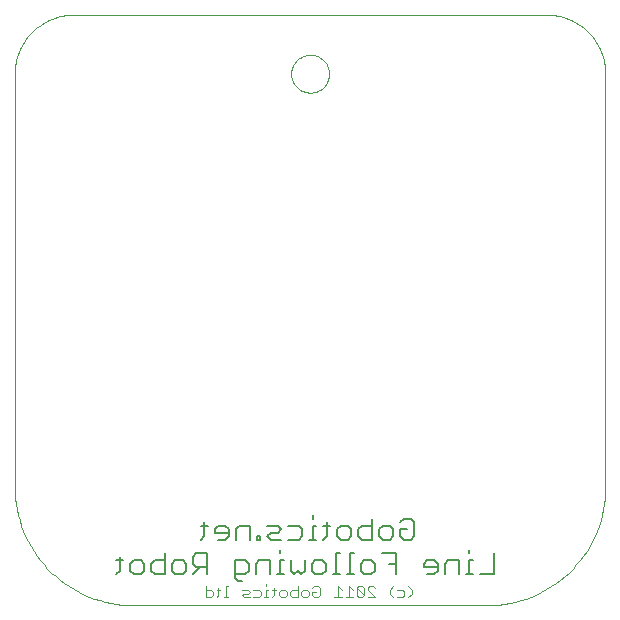
<source format=gbo>
G75*
G70*
%OFA0B0*%
%FSLAX24Y24*%
%IPPOS*%
%LPD*%
%AMOC8*
5,1,8,0,0,1.08239X$1,22.5*
%
%ADD10C,0.0000*%
%ADD11C,0.0060*%
%ADD12C,0.0030*%
D10*
X008033Y011970D02*
X008033Y025749D01*
X008032Y025749D02*
X008034Y025843D01*
X008041Y025936D01*
X008052Y026029D01*
X008068Y026122D01*
X008088Y026213D01*
X008112Y026304D01*
X008140Y026393D01*
X008173Y026481D01*
X008210Y026567D01*
X008251Y026651D01*
X008296Y026734D01*
X008345Y026814D01*
X008397Y026891D01*
X008453Y026966D01*
X008513Y027038D01*
X008576Y027108D01*
X008642Y027174D01*
X008712Y027237D01*
X008784Y027297D01*
X008859Y027353D01*
X008936Y027405D01*
X009016Y027454D01*
X009099Y027499D01*
X009183Y027540D01*
X009269Y027577D01*
X009357Y027610D01*
X009446Y027638D01*
X009537Y027662D01*
X009628Y027682D01*
X009721Y027698D01*
X009814Y027709D01*
X009907Y027716D01*
X010001Y027718D01*
X025749Y027718D01*
X025843Y027716D01*
X025936Y027709D01*
X026029Y027698D01*
X026122Y027682D01*
X026213Y027662D01*
X026304Y027638D01*
X026393Y027610D01*
X026481Y027577D01*
X026567Y027540D01*
X026651Y027499D01*
X026733Y027454D01*
X026814Y027405D01*
X026891Y027353D01*
X026966Y027297D01*
X027038Y027237D01*
X027108Y027174D01*
X027174Y027108D01*
X027237Y027038D01*
X027297Y026966D01*
X027353Y026891D01*
X027405Y026814D01*
X027454Y026733D01*
X027499Y026651D01*
X027540Y026567D01*
X027577Y026481D01*
X027610Y026393D01*
X027638Y026304D01*
X027662Y026213D01*
X027682Y026122D01*
X027698Y026029D01*
X027709Y025936D01*
X027716Y025843D01*
X027718Y025749D01*
X027718Y011970D01*
X027714Y011783D01*
X027700Y011596D01*
X027678Y011410D01*
X027647Y011225D01*
X027607Y011042D01*
X027559Y010861D01*
X027501Y010682D01*
X027436Y010507D01*
X027362Y010335D01*
X027280Y010166D01*
X027191Y010002D01*
X027093Y009841D01*
X026988Y009686D01*
X026876Y009536D01*
X026756Y009392D01*
X026630Y009253D01*
X026498Y009121D01*
X026359Y008995D01*
X026215Y008875D01*
X026065Y008763D01*
X025910Y008658D01*
X025750Y008560D01*
X025585Y008471D01*
X025416Y008389D01*
X025244Y008315D01*
X025069Y008250D01*
X024890Y008192D01*
X024709Y008144D01*
X024526Y008104D01*
X024341Y008073D01*
X024155Y008051D01*
X023968Y008037D01*
X023781Y008033D01*
X011970Y008033D01*
X011783Y008037D01*
X011596Y008051D01*
X011410Y008073D01*
X011225Y008104D01*
X011042Y008144D01*
X010861Y008192D01*
X010682Y008250D01*
X010507Y008315D01*
X010335Y008389D01*
X010166Y008471D01*
X010001Y008560D01*
X009841Y008658D01*
X009686Y008763D01*
X009536Y008875D01*
X009392Y008995D01*
X009253Y009121D01*
X009121Y009253D01*
X008995Y009392D01*
X008875Y009536D01*
X008763Y009686D01*
X008658Y009841D01*
X008560Y010002D01*
X008471Y010166D01*
X008389Y010335D01*
X008315Y010507D01*
X008250Y010682D01*
X008192Y010861D01*
X008144Y011042D01*
X008104Y011225D01*
X008073Y011410D01*
X008051Y011596D01*
X008037Y011783D01*
X008033Y011970D01*
X017245Y025749D02*
X017247Y025799D01*
X017253Y025849D01*
X017263Y025898D01*
X017277Y025946D01*
X017294Y025993D01*
X017315Y026038D01*
X017340Y026082D01*
X017368Y026123D01*
X017400Y026162D01*
X017434Y026199D01*
X017471Y026233D01*
X017511Y026263D01*
X017553Y026290D01*
X017597Y026314D01*
X017643Y026335D01*
X017690Y026351D01*
X017738Y026364D01*
X017788Y026373D01*
X017837Y026378D01*
X017888Y026379D01*
X017938Y026376D01*
X017987Y026369D01*
X018036Y026358D01*
X018084Y026343D01*
X018130Y026325D01*
X018175Y026303D01*
X018218Y026277D01*
X018259Y026248D01*
X018298Y026216D01*
X018334Y026181D01*
X018366Y026143D01*
X018396Y026103D01*
X018423Y026060D01*
X018446Y026016D01*
X018465Y025970D01*
X018481Y025922D01*
X018493Y025873D01*
X018501Y025824D01*
X018505Y025774D01*
X018505Y025724D01*
X018501Y025674D01*
X018493Y025625D01*
X018481Y025576D01*
X018465Y025528D01*
X018446Y025482D01*
X018423Y025438D01*
X018396Y025395D01*
X018366Y025355D01*
X018334Y025317D01*
X018298Y025282D01*
X018259Y025250D01*
X018218Y025221D01*
X018175Y025195D01*
X018130Y025173D01*
X018084Y025155D01*
X018036Y025140D01*
X017987Y025129D01*
X017938Y025122D01*
X017888Y025119D01*
X017837Y025120D01*
X017788Y025125D01*
X017738Y025134D01*
X017690Y025147D01*
X017643Y025163D01*
X017597Y025184D01*
X017553Y025208D01*
X017511Y025235D01*
X017471Y025265D01*
X017434Y025299D01*
X017400Y025336D01*
X017368Y025375D01*
X017340Y025416D01*
X017315Y025460D01*
X017294Y025505D01*
X017277Y025552D01*
X017263Y025600D01*
X017253Y025649D01*
X017247Y025699D01*
X017245Y025749D01*
D11*
X011524Y009179D02*
X011407Y009063D01*
X011524Y009179D02*
X011524Y009647D01*
X011640Y009530D02*
X011407Y009530D01*
X011873Y009413D02*
X011873Y009179D01*
X011990Y009063D01*
X012223Y009063D01*
X012340Y009179D01*
X012340Y009413D01*
X012223Y009530D01*
X011990Y009530D01*
X011873Y009413D01*
X012573Y009413D02*
X012573Y009179D01*
X012690Y009063D01*
X013040Y009063D01*
X013040Y009763D01*
X013040Y009530D02*
X012690Y009530D01*
X012573Y009413D01*
X013273Y009413D02*
X013273Y009179D01*
X013389Y009063D01*
X013623Y009063D01*
X013740Y009179D01*
X013740Y009413D01*
X013623Y009530D01*
X013389Y009530D01*
X013273Y009413D01*
X013972Y009413D02*
X014089Y009296D01*
X014439Y009296D01*
X014206Y009296D02*
X013972Y009063D01*
X013972Y009413D02*
X013972Y009647D01*
X014089Y009763D01*
X014439Y009763D01*
X014439Y009063D01*
X015372Y009063D02*
X015722Y009063D01*
X015839Y009179D01*
X015839Y009413D01*
X015722Y009530D01*
X015372Y009530D01*
X015372Y008946D01*
X015489Y008829D01*
X015605Y008829D01*
X016072Y009063D02*
X016072Y009413D01*
X016188Y009530D01*
X016539Y009530D01*
X016539Y009063D01*
X016772Y009063D02*
X017005Y009063D01*
X016888Y009063D02*
X016888Y009530D01*
X017005Y009530D01*
X017238Y009530D02*
X017238Y009179D01*
X017355Y009063D01*
X017471Y009179D01*
X017588Y009063D01*
X017705Y009179D01*
X017705Y009530D01*
X017938Y009413D02*
X017938Y009179D01*
X018054Y009063D01*
X018288Y009063D01*
X018405Y009179D01*
X018405Y009413D01*
X018288Y009530D01*
X018054Y009530D01*
X017938Y009413D01*
X018638Y009063D02*
X018871Y009063D01*
X018754Y009063D02*
X018754Y009763D01*
X018871Y009763D01*
X019221Y009763D02*
X019221Y009063D01*
X019338Y009063D02*
X019104Y009063D01*
X019570Y009179D02*
X019570Y009413D01*
X019687Y009530D01*
X019921Y009530D01*
X020037Y009413D01*
X020037Y009179D01*
X019921Y009063D01*
X019687Y009063D01*
X019570Y009179D01*
X019338Y009763D02*
X019221Y009763D01*
X019137Y010213D02*
X018903Y010213D01*
X018786Y010329D01*
X018786Y010563D01*
X018903Y010680D01*
X019137Y010680D01*
X019253Y010563D01*
X019253Y010329D01*
X019137Y010213D01*
X019486Y010329D02*
X019486Y010563D01*
X019603Y010680D01*
X019953Y010680D01*
X019953Y010913D02*
X019953Y010213D01*
X019603Y010213D01*
X019486Y010329D01*
X020186Y010329D02*
X020186Y010563D01*
X020303Y010680D01*
X020536Y010680D01*
X020653Y010563D01*
X020653Y010329D01*
X020536Y010213D01*
X020303Y010213D01*
X020186Y010329D01*
X020270Y009763D02*
X020737Y009763D01*
X020737Y009063D01*
X020737Y009413D02*
X020504Y009413D01*
X021002Y010213D02*
X020886Y010329D01*
X020886Y010563D01*
X021119Y010563D01*
X020886Y010797D02*
X021002Y010913D01*
X021236Y010913D01*
X021353Y010797D01*
X021353Y010329D01*
X021236Y010213D01*
X021002Y010213D01*
X021786Y009530D02*
X021670Y009413D01*
X021670Y009296D01*
X022137Y009296D01*
X022137Y009179D02*
X022137Y009413D01*
X022020Y009530D01*
X021786Y009530D01*
X021786Y009063D02*
X022020Y009063D01*
X022137Y009179D01*
X022369Y009063D02*
X022369Y009413D01*
X022486Y009530D01*
X022836Y009530D01*
X022836Y009063D01*
X023069Y009063D02*
X023303Y009063D01*
X023186Y009063D02*
X023186Y009530D01*
X023303Y009530D01*
X023186Y009763D02*
X023186Y009880D01*
X023536Y009063D02*
X024003Y009063D01*
X024003Y009763D01*
X018554Y010680D02*
X018320Y010680D01*
X018437Y010797D02*
X018437Y010329D01*
X018320Y010213D01*
X018087Y010213D02*
X017854Y010213D01*
X017970Y010213D02*
X017970Y010680D01*
X018087Y010680D01*
X017970Y010913D02*
X017970Y011030D01*
X017504Y010680D02*
X017621Y010563D01*
X017621Y010329D01*
X017504Y010213D01*
X017154Y010213D01*
X016921Y010213D02*
X016571Y010213D01*
X016454Y010329D01*
X016571Y010446D01*
X016804Y010446D01*
X016921Y010563D01*
X016804Y010680D01*
X016454Y010680D01*
X016221Y010329D02*
X016104Y010329D01*
X016104Y010213D01*
X016221Y010213D01*
X016221Y010329D01*
X015871Y010213D02*
X015871Y010680D01*
X015521Y010680D01*
X015404Y010563D01*
X015404Y010213D01*
X015172Y010329D02*
X015172Y010563D01*
X015055Y010680D01*
X014821Y010680D01*
X014704Y010563D01*
X014704Y010446D01*
X015172Y010446D01*
X015172Y010329D02*
X015055Y010213D01*
X014821Y010213D01*
X014355Y010329D02*
X014238Y010213D01*
X014355Y010329D02*
X014355Y010797D01*
X014472Y010680D02*
X014238Y010680D01*
X016888Y009880D02*
X016888Y009763D01*
X017154Y010680D02*
X017504Y010680D01*
D12*
X017462Y008668D02*
X017462Y008298D01*
X017277Y008298D01*
X017215Y008359D01*
X017215Y008483D01*
X017277Y008545D01*
X017462Y008545D01*
X017583Y008483D02*
X017645Y008545D01*
X017769Y008545D01*
X017830Y008483D01*
X017830Y008359D01*
X017769Y008298D01*
X017645Y008298D01*
X017583Y008359D01*
X017583Y008483D01*
X017952Y008483D02*
X018075Y008483D01*
X017952Y008483D02*
X017952Y008359D01*
X018013Y008298D01*
X018137Y008298D01*
X018199Y008359D01*
X018199Y008606D01*
X018137Y008668D01*
X018013Y008668D01*
X017952Y008606D01*
X018688Y008298D02*
X018935Y008298D01*
X019057Y008298D02*
X019304Y008298D01*
X019180Y008298D02*
X019180Y008668D01*
X019304Y008545D01*
X019425Y008606D02*
X019425Y008359D01*
X019487Y008298D01*
X019610Y008298D01*
X019672Y008359D01*
X019425Y008606D01*
X019487Y008668D01*
X019610Y008668D01*
X019672Y008606D01*
X019672Y008359D01*
X019793Y008298D02*
X020040Y008298D01*
X019793Y008545D01*
X019793Y008606D01*
X019855Y008668D01*
X019978Y008668D01*
X020040Y008606D01*
X020531Y008545D02*
X020654Y008668D01*
X020775Y008545D02*
X020961Y008545D01*
X021022Y008483D01*
X021022Y008359D01*
X020961Y008298D01*
X020775Y008298D01*
X020654Y008298D02*
X020531Y008421D01*
X020531Y008545D01*
X021144Y008668D02*
X021268Y008545D01*
X021268Y008421D01*
X021144Y008298D01*
X018935Y008545D02*
X018812Y008668D01*
X018812Y008298D01*
X017094Y008359D02*
X017032Y008298D01*
X016909Y008298D01*
X016847Y008359D01*
X016847Y008483D01*
X016909Y008545D01*
X017032Y008545D01*
X017094Y008483D01*
X017094Y008359D01*
X016725Y008545D02*
X016602Y008545D01*
X016664Y008606D02*
X016664Y008359D01*
X016602Y008298D01*
X016480Y008298D02*
X016356Y008298D01*
X016418Y008298D02*
X016418Y008545D01*
X016480Y008545D01*
X016418Y008668D02*
X016418Y008730D01*
X016173Y008545D02*
X015987Y008545D01*
X015866Y008483D02*
X015804Y008545D01*
X015619Y008545D01*
X015681Y008421D02*
X015804Y008421D01*
X015866Y008483D01*
X015866Y008298D02*
X015681Y008298D01*
X015619Y008359D01*
X015681Y008421D01*
X015987Y008298D02*
X016173Y008298D01*
X016234Y008359D01*
X016234Y008483D01*
X016173Y008545D01*
X015129Y008668D02*
X015068Y008668D01*
X015068Y008298D01*
X015129Y008298D02*
X015006Y008298D01*
X014822Y008359D02*
X014760Y008298D01*
X014822Y008359D02*
X014822Y008606D01*
X014884Y008545D02*
X014760Y008545D01*
X014638Y008483D02*
X014577Y008545D01*
X014392Y008545D01*
X014392Y008668D02*
X014392Y008298D01*
X014577Y008298D01*
X014638Y008359D01*
X014638Y008483D01*
M02*

</source>
